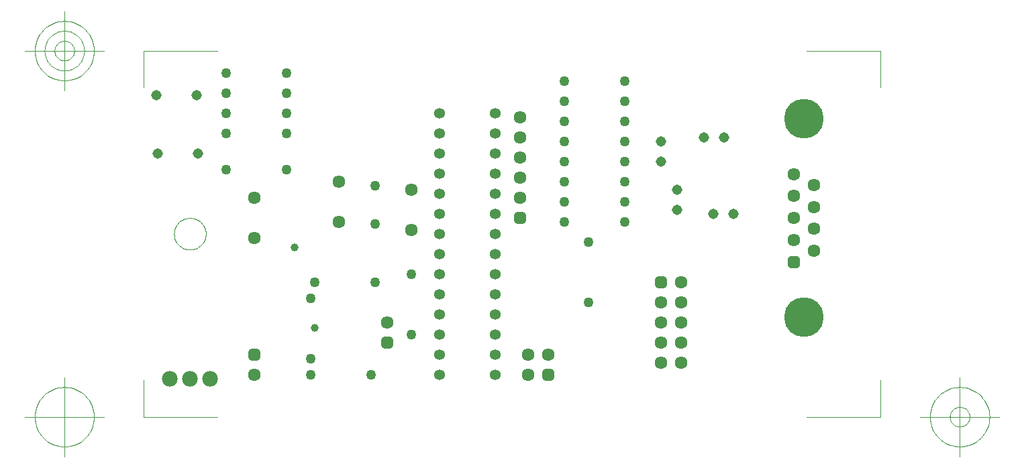
<source format=gbr>
G04 Generated by Ultiboard *
%FSLAX25Y25*%
%MOIN*%

%ADD10C,0.00004*%
%ADD12C,0.00394*%
%ADD13C,0.03937*%
%ADD18C,0.05166*%
%ADD14C,0.06334*%
%ADD15R,0.02083X0.02083*%
%ADD16C,0.03917*%
%ADD23C,0.07834*%
%ADD21C,0.05337*%
%ADD17C,0.05000*%
%ADD30R,0.02667X0.02667*%
%ADD29C,0.03333*%
%ADD31C,0.19666*%


%LNSolder Mask Top*%
%LPD*%
%FSLAX25Y25*%
%MOIN*%
G54D10*
X263874Y316000D02*
X263836Y316772D01*
X263836Y316772D02*
X263723Y317536D01*
X263723Y317536D02*
X263535Y318286D01*
X263535Y318286D02*
X263275Y319013D01*
X263275Y319013D02*
X262944Y319712D01*
X262944Y319712D02*
X262547Y320375D01*
X262547Y320375D02*
X262087Y320995D01*
X262087Y320995D02*
X261568Y321568D01*
X261568Y321568D02*
X260995Y322087D01*
X260995Y322087D02*
X260375Y322547D01*
X260375Y322547D02*
X259712Y322944D01*
X259712Y322944D02*
X259013Y323275D01*
X259013Y323275D02*
X258286Y323535D01*
X258286Y323535D02*
X257536Y323723D01*
X257536Y323723D02*
X256772Y323836D01*
X256772Y323836D02*
X256000Y323874D01*
X256000Y323874D02*
X255228Y323836D01*
X255228Y323836D02*
X254464Y323723D01*
X254464Y323723D02*
X253714Y323535D01*
X253714Y323535D02*
X252987Y323275D01*
X252987Y323275D02*
X252288Y322944D01*
X252288Y322944D02*
X251625Y322547D01*
X251625Y322547D02*
X251005Y322087D01*
X251005Y322087D02*
X250432Y321568D01*
X250432Y321568D02*
X249913Y320995D01*
X249913Y320995D02*
X249453Y320375D01*
X249453Y320375D02*
X249056Y319712D01*
X249056Y319712D02*
X248725Y319013D01*
X248725Y319013D02*
X248465Y318286D01*
X248465Y318286D02*
X248277Y317536D01*
X248277Y317536D02*
X248164Y316772D01*
X248164Y316772D02*
X248126Y316000D01*
X248126Y316000D02*
X248164Y315228D01*
X248164Y315228D02*
X248277Y314464D01*
X248277Y314464D02*
X248465Y313714D01*
X248465Y313714D02*
X248725Y312987D01*
X248725Y312987D02*
X249056Y312288D01*
X249056Y312288D02*
X249453Y311625D01*
X249453Y311625D02*
X249913Y311005D01*
X249913Y311005D02*
X250432Y310432D01*
X250432Y310432D02*
X251005Y309913D01*
X251005Y309913D02*
X251625Y309453D01*
X251625Y309453D02*
X252288Y309056D01*
X252288Y309056D02*
X252987Y308725D01*
X252987Y308725D02*
X253714Y308465D01*
X253714Y308465D02*
X254464Y308277D01*
X254464Y308277D02*
X255228Y308164D01*
X255228Y308164D02*
X256000Y308126D01*
X256000Y308126D02*
X256772Y308164D01*
X256772Y308164D02*
X257536Y308277D01*
X257536Y308277D02*
X258286Y308465D01*
X258286Y308465D02*
X259013Y308725D01*
X259013Y308725D02*
X259712Y309056D01*
X259712Y309056D02*
X260375Y309453D01*
X260375Y309453D02*
X260995Y309913D01*
X260995Y309913D02*
X261568Y310432D01*
X261568Y310432D02*
X262087Y311005D01*
X262087Y311005D02*
X262547Y311625D01*
X262547Y311625D02*
X262944Y312288D01*
X262944Y312288D02*
X263275Y312987D01*
X263275Y312987D02*
X263535Y313714D01*
X263535Y313714D02*
X263723Y314464D01*
X263723Y314464D02*
X263836Y315228D01*
X263836Y315228D02*
X263874Y316000D01*
G54D12*
X233000Y225000D02*
X233000Y243200D01*
X233000Y225000D02*
X269600Y225000D01*
X599000Y225000D02*
X562400Y225000D01*
X599000Y225000D02*
X599000Y243200D01*
X599000Y407000D02*
X599000Y388800D01*
X599000Y407000D02*
X562400Y407000D01*
X233000Y407000D02*
X269600Y407000D01*
X233000Y407000D02*
X233000Y388800D01*
X213315Y225000D02*
X173945Y225000D01*
X193630Y205315D02*
X193630Y244685D01*
X208394Y225000D02*
X208323Y226447D01*
X208323Y226447D02*
X208110Y227880D01*
X208110Y227880D02*
X207758Y229286D01*
X207758Y229286D02*
X207270Y230650D01*
X207270Y230650D02*
X206650Y231960D01*
X206650Y231960D02*
X205906Y233202D01*
X205906Y233202D02*
X205042Y234366D01*
X205042Y234366D02*
X204069Y235440D01*
X204069Y235440D02*
X202996Y236413D01*
X202996Y236413D02*
X201832Y237276D01*
X201832Y237276D02*
X200590Y238020D01*
X200590Y238020D02*
X199280Y238640D01*
X199280Y238640D02*
X197916Y239128D01*
X197916Y239128D02*
X196510Y239480D01*
X196510Y239480D02*
X195077Y239693D01*
X195077Y239693D02*
X193630Y239764D01*
X193630Y239764D02*
X192183Y239693D01*
X192183Y239693D02*
X190750Y239480D01*
X190750Y239480D02*
X189344Y239128D01*
X189344Y239128D02*
X187980Y238640D01*
X187980Y238640D02*
X186670Y238020D01*
X186670Y238020D02*
X185428Y237276D01*
X185428Y237276D02*
X184264Y236413D01*
X184264Y236413D02*
X183190Y235440D01*
X183190Y235440D02*
X182217Y234366D01*
X182217Y234366D02*
X181354Y233202D01*
X181354Y233202D02*
X180609Y231960D01*
X180609Y231960D02*
X179990Y230650D01*
X179990Y230650D02*
X179502Y229286D01*
X179502Y229286D02*
X179150Y227880D01*
X179150Y227880D02*
X178937Y226447D01*
X178937Y226447D02*
X178866Y225000D01*
X178866Y225000D02*
X178937Y223553D01*
X178937Y223553D02*
X179150Y222120D01*
X179150Y222120D02*
X179502Y220714D01*
X179502Y220714D02*
X179990Y219350D01*
X179990Y219350D02*
X180609Y218040D01*
X180609Y218040D02*
X181354Y216798D01*
X181354Y216798D02*
X182217Y215634D01*
X182217Y215634D02*
X183190Y214560D01*
X183190Y214560D02*
X184264Y213587D01*
X184264Y213587D02*
X185428Y212724D01*
X185428Y212724D02*
X186670Y211980D01*
X186670Y211980D02*
X187980Y211360D01*
X187980Y211360D02*
X189344Y210872D01*
X189344Y210872D02*
X190750Y210520D01*
X190750Y210520D02*
X192183Y210307D01*
X192183Y210307D02*
X193630Y210236D01*
X193630Y210236D02*
X195077Y210307D01*
X195077Y210307D02*
X196510Y210520D01*
X196510Y210520D02*
X197916Y210872D01*
X197916Y210872D02*
X199280Y211360D01*
X199280Y211360D02*
X200590Y211980D01*
X200590Y211980D02*
X201832Y212724D01*
X201832Y212724D02*
X202996Y213587D01*
X202996Y213587D02*
X204069Y214560D01*
X204069Y214560D02*
X205042Y215634D01*
X205042Y215634D02*
X205906Y216798D01*
X205906Y216798D02*
X206650Y218040D01*
X206650Y218040D02*
X207270Y219350D01*
X207270Y219350D02*
X207758Y220714D01*
X207758Y220714D02*
X208110Y222120D01*
X208110Y222120D02*
X208323Y223553D01*
X208323Y223553D02*
X208394Y225000D01*
X618685Y225000D02*
X658055Y225000D01*
X638370Y205315D02*
X638370Y244685D01*
X653134Y225000D02*
X653063Y226447D01*
X653063Y226447D02*
X652850Y227880D01*
X652850Y227880D02*
X652498Y229286D01*
X652498Y229286D02*
X652010Y230650D01*
X652010Y230650D02*
X651391Y231960D01*
X651391Y231960D02*
X650646Y233202D01*
X650646Y233202D02*
X649783Y234366D01*
X649783Y234366D02*
X648810Y235440D01*
X648810Y235440D02*
X647736Y236413D01*
X647736Y236413D02*
X646572Y237276D01*
X646572Y237276D02*
X645330Y238020D01*
X645330Y238020D02*
X644020Y238640D01*
X644020Y238640D02*
X642656Y239128D01*
X642656Y239128D02*
X641250Y239480D01*
X641250Y239480D02*
X639817Y239693D01*
X639817Y239693D02*
X638370Y239764D01*
X638370Y239764D02*
X636923Y239693D01*
X636923Y239693D02*
X635490Y239480D01*
X635490Y239480D02*
X634084Y239128D01*
X634084Y239128D02*
X632720Y238640D01*
X632720Y238640D02*
X631410Y238020D01*
X631410Y238020D02*
X630168Y237276D01*
X630168Y237276D02*
X629004Y236413D01*
X629004Y236413D02*
X627931Y235440D01*
X627931Y235440D02*
X626958Y234366D01*
X626958Y234366D02*
X626094Y233202D01*
X626094Y233202D02*
X625350Y231960D01*
X625350Y231960D02*
X624730Y230650D01*
X624730Y230650D02*
X624242Y229286D01*
X624242Y229286D02*
X623890Y227880D01*
X623890Y227880D02*
X623677Y226447D01*
X623677Y226447D02*
X623606Y225000D01*
X623606Y225000D02*
X623677Y223553D01*
X623677Y223553D02*
X623890Y222120D01*
X623890Y222120D02*
X624242Y220714D01*
X624242Y220714D02*
X624730Y219350D01*
X624730Y219350D02*
X625350Y218040D01*
X625350Y218040D02*
X626094Y216798D01*
X626094Y216798D02*
X626958Y215634D01*
X626958Y215634D02*
X627931Y214560D01*
X627931Y214560D02*
X629004Y213587D01*
X629004Y213587D02*
X630168Y212724D01*
X630168Y212724D02*
X631410Y211980D01*
X631410Y211980D02*
X632720Y211360D01*
X632720Y211360D02*
X634084Y210872D01*
X634084Y210872D02*
X635490Y210520D01*
X635490Y210520D02*
X636923Y210307D01*
X636923Y210307D02*
X638370Y210236D01*
X638370Y210236D02*
X639817Y210307D01*
X639817Y210307D02*
X641250Y210520D01*
X641250Y210520D02*
X642656Y210872D01*
X642656Y210872D02*
X644020Y211360D01*
X644020Y211360D02*
X645330Y211980D01*
X645330Y211980D02*
X646572Y212724D01*
X646572Y212724D02*
X647736Y213587D01*
X647736Y213587D02*
X648810Y214560D01*
X648810Y214560D02*
X649783Y215634D01*
X649783Y215634D02*
X650646Y216798D01*
X650646Y216798D02*
X651391Y218040D01*
X651391Y218040D02*
X652010Y219350D01*
X652010Y219350D02*
X652498Y220714D01*
X652498Y220714D02*
X652850Y222120D01*
X652850Y222120D02*
X653063Y223553D01*
X653063Y223553D02*
X653134Y225000D01*
X643291Y225000D02*
X643268Y225482D01*
X643268Y225482D02*
X643197Y225960D01*
X643197Y225960D02*
X643079Y226429D01*
X643079Y226429D02*
X642917Y226883D01*
X642917Y226883D02*
X642710Y227320D01*
X642710Y227320D02*
X642462Y227734D01*
X642462Y227734D02*
X642174Y228122D01*
X642174Y228122D02*
X641850Y228480D01*
X641850Y228480D02*
X641492Y228804D01*
X641492Y228804D02*
X641104Y229092D01*
X641104Y229092D02*
X640690Y229340D01*
X640690Y229340D02*
X640253Y229547D01*
X640253Y229547D02*
X639799Y229709D01*
X639799Y229709D02*
X639330Y229827D01*
X639330Y229827D02*
X638852Y229898D01*
X638852Y229898D02*
X638370Y229921D01*
X638370Y229921D02*
X637888Y229898D01*
X637888Y229898D02*
X637410Y229827D01*
X637410Y229827D02*
X636942Y229709D01*
X636942Y229709D02*
X636487Y229547D01*
X636487Y229547D02*
X636050Y229340D01*
X636050Y229340D02*
X635636Y229092D01*
X635636Y229092D02*
X635248Y228804D01*
X635248Y228804D02*
X634890Y228480D01*
X634890Y228480D02*
X634566Y228122D01*
X634566Y228122D02*
X634278Y227734D01*
X634278Y227734D02*
X634030Y227320D01*
X634030Y227320D02*
X633823Y226883D01*
X633823Y226883D02*
X633661Y226429D01*
X633661Y226429D02*
X633543Y225960D01*
X633543Y225960D02*
X633473Y225482D01*
X633473Y225482D02*
X633449Y225000D01*
X633449Y225000D02*
X633473Y224518D01*
X633473Y224518D02*
X633543Y224040D01*
X633543Y224040D02*
X633661Y223571D01*
X633661Y223571D02*
X633823Y223117D01*
X633823Y223117D02*
X634030Y222680D01*
X634030Y222680D02*
X634278Y222266D01*
X634278Y222266D02*
X634566Y221878D01*
X634566Y221878D02*
X634890Y221520D01*
X634890Y221520D02*
X635248Y221196D01*
X635248Y221196D02*
X635636Y220908D01*
X635636Y220908D02*
X636050Y220660D01*
X636050Y220660D02*
X636487Y220453D01*
X636487Y220453D02*
X636942Y220291D01*
X636942Y220291D02*
X637410Y220173D01*
X637410Y220173D02*
X637888Y220102D01*
X637888Y220102D02*
X638370Y220079D01*
X638370Y220079D02*
X638852Y220102D01*
X638852Y220102D02*
X639330Y220173D01*
X639330Y220173D02*
X639799Y220291D01*
X639799Y220291D02*
X640253Y220453D01*
X640253Y220453D02*
X640690Y220660D01*
X640690Y220660D02*
X641104Y220908D01*
X641104Y220908D02*
X641492Y221196D01*
X641492Y221196D02*
X641850Y221520D01*
X641850Y221520D02*
X642174Y221878D01*
X642174Y221878D02*
X642462Y222266D01*
X642462Y222266D02*
X642710Y222680D01*
X642710Y222680D02*
X642917Y223117D01*
X642917Y223117D02*
X643079Y223571D01*
X643079Y223571D02*
X643197Y224040D01*
X643197Y224040D02*
X643268Y224518D01*
X643268Y224518D02*
X643291Y225000D01*
X213315Y407000D02*
X173945Y407000D01*
X193630Y387315D02*
X193630Y426685D01*
X208394Y407000D02*
X208323Y408447D01*
X208323Y408447D02*
X208110Y409880D01*
X208110Y409880D02*
X207758Y411286D01*
X207758Y411286D02*
X207270Y412650D01*
X207270Y412650D02*
X206650Y413960D01*
X206650Y413960D02*
X205906Y415202D01*
X205906Y415202D02*
X205042Y416366D01*
X205042Y416366D02*
X204069Y417440D01*
X204069Y417440D02*
X202996Y418413D01*
X202996Y418413D02*
X201832Y419276D01*
X201832Y419276D02*
X200590Y420020D01*
X200590Y420020D02*
X199280Y420640D01*
X199280Y420640D02*
X197916Y421128D01*
X197916Y421128D02*
X196510Y421480D01*
X196510Y421480D02*
X195077Y421693D01*
X195077Y421693D02*
X193630Y421764D01*
X193630Y421764D02*
X192183Y421693D01*
X192183Y421693D02*
X190750Y421480D01*
X190750Y421480D02*
X189344Y421128D01*
X189344Y421128D02*
X187980Y420640D01*
X187980Y420640D02*
X186670Y420020D01*
X186670Y420020D02*
X185428Y419276D01*
X185428Y419276D02*
X184264Y418413D01*
X184264Y418413D02*
X183190Y417440D01*
X183190Y417440D02*
X182217Y416366D01*
X182217Y416366D02*
X181354Y415202D01*
X181354Y415202D02*
X180609Y413960D01*
X180609Y413960D02*
X179990Y412650D01*
X179990Y412650D02*
X179502Y411286D01*
X179502Y411286D02*
X179150Y409880D01*
X179150Y409880D02*
X178937Y408447D01*
X178937Y408447D02*
X178866Y407000D01*
X178866Y407000D02*
X178937Y405553D01*
X178937Y405553D02*
X179150Y404120D01*
X179150Y404120D02*
X179502Y402714D01*
X179502Y402714D02*
X179990Y401350D01*
X179990Y401350D02*
X180609Y400040D01*
X180609Y400040D02*
X181354Y398798D01*
X181354Y398798D02*
X182217Y397634D01*
X182217Y397634D02*
X183190Y396560D01*
X183190Y396560D02*
X184264Y395587D01*
X184264Y395587D02*
X185428Y394724D01*
X185428Y394724D02*
X186670Y393980D01*
X186670Y393980D02*
X187980Y393360D01*
X187980Y393360D02*
X189344Y392872D01*
X189344Y392872D02*
X190750Y392520D01*
X190750Y392520D02*
X192183Y392307D01*
X192183Y392307D02*
X193630Y392236D01*
X193630Y392236D02*
X195077Y392307D01*
X195077Y392307D02*
X196510Y392520D01*
X196510Y392520D02*
X197916Y392872D01*
X197916Y392872D02*
X199280Y393360D01*
X199280Y393360D02*
X200590Y393980D01*
X200590Y393980D02*
X201832Y394724D01*
X201832Y394724D02*
X202996Y395587D01*
X202996Y395587D02*
X204069Y396560D01*
X204069Y396560D02*
X205042Y397634D01*
X205042Y397634D02*
X205906Y398798D01*
X205906Y398798D02*
X206650Y400040D01*
X206650Y400040D02*
X207270Y401350D01*
X207270Y401350D02*
X207758Y402714D01*
X207758Y402714D02*
X208110Y404120D01*
X208110Y404120D02*
X208323Y405553D01*
X208323Y405553D02*
X208394Y407000D01*
X203472Y407000D02*
X203425Y407965D01*
X203425Y407965D02*
X203283Y408920D01*
X203283Y408920D02*
X203049Y409857D01*
X203049Y409857D02*
X202723Y410767D01*
X202723Y410767D02*
X202310Y411640D01*
X202310Y411640D02*
X201814Y412468D01*
X201814Y412468D02*
X201238Y413244D01*
X201238Y413244D02*
X200590Y413960D01*
X200590Y413960D02*
X199874Y414608D01*
X199874Y414608D02*
X199098Y415184D01*
X199098Y415184D02*
X198270Y415680D01*
X198270Y415680D02*
X197396Y416093D01*
X197396Y416093D02*
X196487Y416419D01*
X196487Y416419D02*
X195550Y416653D01*
X195550Y416653D02*
X194595Y416795D01*
X194595Y416795D02*
X193630Y416843D01*
X193630Y416843D02*
X192665Y416795D01*
X192665Y416795D02*
X191710Y416653D01*
X191710Y416653D02*
X190773Y416419D01*
X190773Y416419D02*
X189863Y416093D01*
X189863Y416093D02*
X188990Y415680D01*
X188990Y415680D02*
X188162Y415184D01*
X188162Y415184D02*
X187386Y414608D01*
X187386Y414608D02*
X186670Y413960D01*
X186670Y413960D02*
X186022Y413244D01*
X186022Y413244D02*
X185446Y412468D01*
X185446Y412468D02*
X184950Y411640D01*
X184950Y411640D02*
X184537Y410767D01*
X184537Y410767D02*
X184211Y409857D01*
X184211Y409857D02*
X183977Y408920D01*
X183977Y408920D02*
X183835Y407965D01*
X183835Y407965D02*
X183787Y407000D01*
X183787Y407000D02*
X183835Y406035D01*
X183835Y406035D02*
X183977Y405080D01*
X183977Y405080D02*
X184211Y404143D01*
X184211Y404143D02*
X184537Y403233D01*
X184537Y403233D02*
X184950Y402360D01*
X184950Y402360D02*
X185446Y401532D01*
X185446Y401532D02*
X186022Y400756D01*
X186022Y400756D02*
X186670Y400040D01*
X186670Y400040D02*
X187386Y399392D01*
X187386Y399392D02*
X188162Y398816D01*
X188162Y398816D02*
X188990Y398320D01*
X188990Y398320D02*
X189863Y397907D01*
X189863Y397907D02*
X190773Y397581D01*
X190773Y397581D02*
X191710Y397347D01*
X191710Y397347D02*
X192665Y397205D01*
X192665Y397205D02*
X193630Y397157D01*
X193630Y397157D02*
X194595Y397205D01*
X194595Y397205D02*
X195550Y397347D01*
X195550Y397347D02*
X196487Y397581D01*
X196487Y397581D02*
X197396Y397907D01*
X197396Y397907D02*
X198270Y398320D01*
X198270Y398320D02*
X199098Y398816D01*
X199098Y398816D02*
X199874Y399392D01*
X199874Y399392D02*
X200590Y400040D01*
X200590Y400040D02*
X201238Y400756D01*
X201238Y400756D02*
X201814Y401532D01*
X201814Y401532D02*
X202310Y402360D01*
X202310Y402360D02*
X202723Y403233D01*
X202723Y403233D02*
X203049Y404143D01*
X203049Y404143D02*
X203283Y405080D01*
X203283Y405080D02*
X203425Y406035D01*
X203425Y406035D02*
X203472Y407000D01*
X198551Y407000D02*
X198527Y407482D01*
X198527Y407482D02*
X198457Y407960D01*
X198457Y407960D02*
X198339Y408429D01*
X198339Y408429D02*
X198177Y408883D01*
X198177Y408883D02*
X197970Y409320D01*
X197970Y409320D02*
X197722Y409734D01*
X197722Y409734D02*
X197434Y410122D01*
X197434Y410122D02*
X197110Y410480D01*
X197110Y410480D02*
X196752Y410804D01*
X196752Y410804D02*
X196364Y411092D01*
X196364Y411092D02*
X195950Y411340D01*
X195950Y411340D02*
X195513Y411547D01*
X195513Y411547D02*
X195058Y411709D01*
X195058Y411709D02*
X194590Y411827D01*
X194590Y411827D02*
X194112Y411898D01*
X194112Y411898D02*
X193630Y411921D01*
X193630Y411921D02*
X193148Y411898D01*
X193148Y411898D02*
X192670Y411827D01*
X192670Y411827D02*
X192201Y411709D01*
X192201Y411709D02*
X191747Y411547D01*
X191747Y411547D02*
X191310Y411340D01*
X191310Y411340D02*
X190896Y411092D01*
X190896Y411092D02*
X190508Y410804D01*
X190508Y410804D02*
X190150Y410480D01*
X190150Y410480D02*
X189826Y410122D01*
X189826Y410122D02*
X189538Y409734D01*
X189538Y409734D02*
X189290Y409320D01*
X189290Y409320D02*
X189083Y408883D01*
X189083Y408883D02*
X188921Y408429D01*
X188921Y408429D02*
X188803Y407960D01*
X188803Y407960D02*
X188732Y407482D01*
X188732Y407482D02*
X188709Y407000D01*
X188709Y407000D02*
X188732Y406518D01*
X188732Y406518D02*
X188803Y406040D01*
X188803Y406040D02*
X188921Y405571D01*
X188921Y405571D02*
X189083Y405117D01*
X189083Y405117D02*
X189290Y404680D01*
X189290Y404680D02*
X189538Y404266D01*
X189538Y404266D02*
X189826Y403878D01*
X189826Y403878D02*
X190150Y403520D01*
X190150Y403520D02*
X190508Y403196D01*
X190508Y403196D02*
X190896Y402908D01*
X190896Y402908D02*
X191310Y402660D01*
X191310Y402660D02*
X191747Y402453D01*
X191747Y402453D02*
X192201Y402291D01*
X192201Y402291D02*
X192670Y402173D01*
X192670Y402173D02*
X193148Y402102D01*
X193148Y402102D02*
X193630Y402079D01*
X193630Y402079D02*
X194112Y402102D01*
X194112Y402102D02*
X194590Y402173D01*
X194590Y402173D02*
X195058Y402291D01*
X195058Y402291D02*
X195513Y402453D01*
X195513Y402453D02*
X195950Y402660D01*
X195950Y402660D02*
X196364Y402908D01*
X196364Y402908D02*
X196752Y403196D01*
X196752Y403196D02*
X197110Y403520D01*
X197110Y403520D02*
X197434Y403878D01*
X197434Y403878D02*
X197722Y404266D01*
X197722Y404266D02*
X197970Y404680D01*
X197970Y404680D02*
X198177Y405117D01*
X198177Y405117D02*
X198339Y405571D01*
X198339Y405571D02*
X198457Y406040D01*
X198457Y406040D02*
X198527Y406518D01*
X198527Y406518D02*
X198551Y407000D01*
G54D13*
X318125Y269375D03*
X308125Y309375D03*
G54D18*
X521408Y363921D03*
X511408Y363921D03*
X498000Y328000D03*
X498000Y338000D03*
X239310Y384980D03*
X259310Y384980D03*
X240000Y356000D03*
X260000Y356000D03*
X490000Y362000D03*
X490000Y352000D03*
X516000Y326000D03*
X526000Y326000D03*
G54D14*
X500000Y252000D03*
X490000Y252000D03*
X500000Y282000D03*
X490000Y282000D03*
X490000Y272000D03*
X490000Y262000D03*
X500000Y262000D03*
X500000Y272000D03*
X500000Y292000D03*
X354000Y272000D03*
X424000Y246000D03*
X424000Y256000D03*
X434000Y256000D03*
X288000Y246000D03*
X288000Y314000D03*
X288000Y334000D03*
X366000Y318000D03*
X366000Y338000D03*
X330000Y322000D03*
X330000Y342000D03*
X420000Y344000D03*
X420000Y334000D03*
X420000Y364000D03*
X420000Y354000D03*
X420000Y374000D03*
X566000Y340250D03*
X566000Y318417D03*
X566000Y329333D03*
X566000Y307500D03*
X556000Y312917D03*
X556000Y345667D03*
X556000Y334750D03*
X556000Y323833D03*
G54D15*
X490000Y292000D03*
X354000Y262000D03*
X434000Y246000D03*
X288000Y256000D03*
X420000Y324000D03*
G54D16*
X488959Y290959D02*
X491041Y290959D01*
X491041Y293041D01*
X488959Y293041D01*
X488959Y290959D01*D02*
X352959Y260959D02*
X355041Y260959D01*
X355041Y263041D01*
X352959Y263041D01*
X352959Y260959D01*D02*
X432959Y244959D02*
X435041Y244959D01*
X435041Y247041D01*
X432959Y247041D01*
X432959Y244959D01*D02*
X286959Y254959D02*
X289041Y254959D01*
X289041Y257041D01*
X286959Y257041D01*
X286959Y254959D01*D02*
X418959Y322959D02*
X421041Y322959D01*
X421041Y325041D01*
X418959Y325041D01*
X418959Y322959D01*D02*
G54D23*
X256000Y244000D03*
X246000Y244000D03*
X266000Y244000D03*
G54D21*
X407559Y256000D03*
X380000Y246000D03*
X407559Y246000D03*
X380000Y376000D03*
X380000Y366000D03*
X380000Y356000D03*
X380000Y346000D03*
X380000Y326000D03*
X380000Y336000D03*
X380000Y316000D03*
X380000Y296000D03*
X380000Y306000D03*
X380000Y286000D03*
X380000Y276000D03*
X380000Y266000D03*
X380000Y256000D03*
X407559Y376000D03*
X407559Y316000D03*
X407559Y296000D03*
X407559Y306000D03*
X407559Y286000D03*
X407559Y266000D03*
X407559Y276000D03*
X407559Y346000D03*
X407559Y366000D03*
X407559Y356000D03*
X407559Y326000D03*
X407559Y336000D03*
G54D17*
X316000Y254000D03*
X316000Y284000D03*
X316000Y246000D03*
X346000Y246000D03*
X304000Y376000D03*
X304000Y366000D03*
X304000Y396000D03*
X304000Y386000D03*
X274000Y376000D03*
X274000Y366000D03*
X274000Y396000D03*
X274000Y386000D03*
X274000Y348000D03*
X304000Y348000D03*
X348000Y320833D03*
X348000Y340000D03*
X348000Y292000D03*
X318000Y292000D03*
X366000Y266000D03*
X366000Y296000D03*
X472000Y322000D03*
X472000Y332000D03*
X472000Y362000D03*
X472000Y342000D03*
X472000Y352000D03*
X472000Y372000D03*
X472000Y392000D03*
X472000Y382000D03*
X442000Y322000D03*
X442000Y352000D03*
X442000Y332000D03*
X442000Y342000D03*
X442000Y372000D03*
X442000Y362000D03*
X442000Y382000D03*
X442000Y392000D03*
X454000Y282000D03*
X454000Y312000D03*
G54D30*
X556000Y302000D03*
G54D29*
X554667Y300667D02*
X557333Y300667D01*
X557333Y303333D01*
X554667Y303333D01*
X554667Y300667D01*D02*
G54D31*
X561000Y373083D03*
X561000Y274667D03*

M00*

</source>
